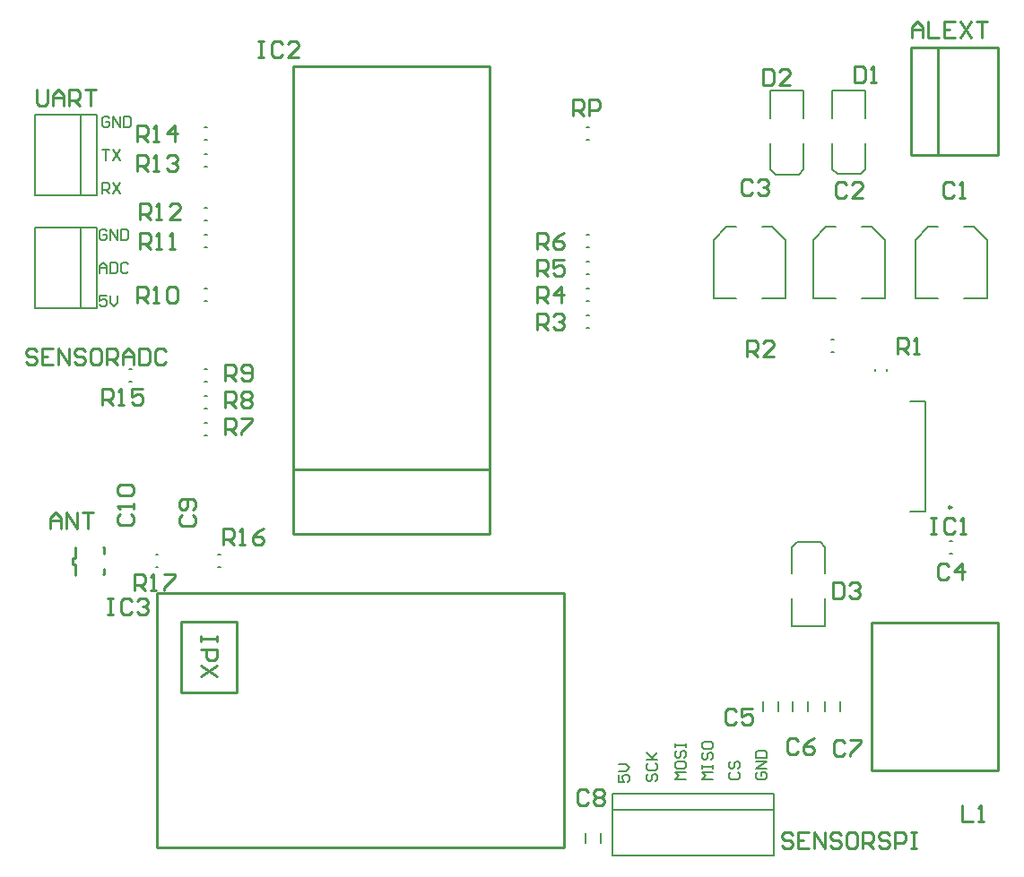
<source format=gto>
G04*
G04 #@! TF.GenerationSoftware,Altium Limited,Altium Designer,22.1.2 (22)*
G04*
G04 Layer_Color=65535*
%FSLAX25Y25*%
%MOIN*%
G70*
G04*
G04 #@! TF.SameCoordinates,3B8A755F-3D54-40BF-96AC-408BDBD8EEA0*
G04*
G04*
G04 #@! TF.FilePolarity,Positive*
G04*
G01*
G75*
%ADD10C,0.00984*%
%ADD11C,0.01000*%
%ADD12C,0.00602*%
%ADD13C,0.00787*%
%ADD14C,0.00600*%
D10*
X449990Y311043D02*
X449252Y311470D01*
Y310617D01*
X449990Y311043D01*
D11*
X124431Y292181D02*
Y296118D01*
X124456D01*
X124431Y285882D02*
X124456D01*
X124431D02*
Y289622D01*
X123447D02*
X124431D01*
X123447D02*
Y292181D01*
X124431D01*
X135197Y293879D02*
Y296000D01*
X134938D02*
X135197D01*
X134938Y286000D02*
X135197D01*
Y288122D01*
X420500Y268200D02*
X467500D01*
Y213200D02*
Y268200D01*
X420500Y213200D02*
X467500D01*
X420500D02*
Y268200D01*
X205500Y301000D02*
X278500D01*
X205500D02*
Y325000D01*
X278500Y301000D02*
Y325000D01*
X205500D02*
X278500D01*
Y475000D01*
X205500D02*
X278500D01*
X205500Y325000D02*
Y475000D01*
X306276Y184512D02*
Y279000D01*
X154701Y184512D02*
X306276D01*
X154701Y279000D02*
X306276D01*
X154701Y184512D02*
Y279000D01*
X163913Y268409D02*
X184543D01*
X163913Y242228D02*
X184543D01*
Y268409D01*
X163913Y242228D02*
Y268409D01*
X445000Y442051D02*
Y482051D01*
X435000D02*
X467500D01*
X435000Y442051D02*
Y482051D01*
Y442051D02*
X467500D01*
Y482051D01*
X115003Y303001D02*
Y307000D01*
X117002Y308999D01*
X119001Y307000D01*
Y303001D01*
Y306000D01*
X115003D01*
X121001Y303001D02*
Y308999D01*
X124999Y303001D01*
Y308999D01*
X126999D02*
X130997D01*
X128998D01*
Y303001D01*
X177132Y263197D02*
Y261197D01*
Y262197D01*
X171134D01*
Y263197D01*
Y261197D01*
Y258198D02*
X177132D01*
Y255199D01*
X176132Y254200D01*
X174133D01*
X173133Y255199D01*
Y258198D01*
X177132Y252200D02*
X171134Y248202D01*
X177132D02*
X171134Y252200D01*
X146502Y280001D02*
Y285999D01*
X149502D01*
X150501Y284999D01*
Y283000D01*
X149502Y282000D01*
X146502D01*
X148502D02*
X150501Y280001D01*
X152500D02*
X154500D01*
X153500D01*
Y285999D01*
X152500Y284999D01*
X157499Y285999D02*
X161498D01*
Y284999D01*
X157499Y281001D01*
Y280001D01*
X179502Y297001D02*
Y302999D01*
X182501D01*
X183501Y301999D01*
Y300000D01*
X182501Y299000D01*
X179502D01*
X181502D02*
X183501Y297001D01*
X185501D02*
X187500D01*
X186500D01*
Y302999D01*
X185501Y301999D01*
X194498Y302999D02*
X192498Y301999D01*
X190499Y300000D01*
Y298001D01*
X191499Y297001D01*
X193498D01*
X194498Y298001D01*
Y299000D01*
X193498Y300000D01*
X190499D01*
X134502Y349001D02*
Y354999D01*
X137502D01*
X138501Y353999D01*
Y352000D01*
X137502Y351000D01*
X134502D01*
X136502D02*
X138501Y349001D01*
X140500D02*
X142500D01*
X141500D01*
Y354999D01*
X140500Y353999D01*
X149498Y354999D02*
X145499D01*
Y352000D01*
X147498Y353000D01*
X148498D01*
X149498Y352000D01*
Y350001D01*
X148498Y349001D01*
X146499D01*
X145499Y350001D01*
X110200Y466298D02*
Y461300D01*
X111200Y460300D01*
X113199D01*
X114199Y461300D01*
Y466298D01*
X116198Y460300D02*
Y464299D01*
X118197Y466298D01*
X120197Y464299D01*
Y460300D01*
Y463299D01*
X116198D01*
X122196Y460300D02*
Y466298D01*
X125195D01*
X126195Y465298D01*
Y463299D01*
X125195Y462299D01*
X122196D01*
X124196D02*
X126195Y460300D01*
X128194Y466298D02*
X132193D01*
X130193D01*
Y460300D01*
X136502Y276999D02*
X138502D01*
X137502D01*
Y271001D01*
X136502D01*
X138502D01*
X145500Y275999D02*
X144500Y276999D01*
X142500D01*
X141501Y275999D01*
Y272001D01*
X142500Y271001D01*
X144500D01*
X145500Y272001D01*
X147499Y275999D02*
X148499Y276999D01*
X150498D01*
X151498Y275999D01*
Y275000D01*
X150498Y274000D01*
X149498D01*
X150498D01*
X151498Y273000D01*
Y272001D01*
X150498Y271001D01*
X148499D01*
X147499Y272001D01*
X309400Y456800D02*
Y462798D01*
X312399D01*
X313399Y461798D01*
Y459799D01*
X312399Y458799D01*
X309400D01*
X311399D02*
X313399Y456800D01*
X315398D02*
Y462798D01*
X318397D01*
X319397Y461798D01*
Y459799D01*
X318397Y458799D01*
X315398D01*
X315000Y204999D02*
X314001Y205999D01*
X312001D01*
X311002Y204999D01*
Y201001D01*
X312001Y200001D01*
X314001D01*
X315000Y201001D01*
X317000Y204999D02*
X317999Y205999D01*
X319999D01*
X320998Y204999D01*
Y204000D01*
X319999Y203000D01*
X320998Y202000D01*
Y201001D01*
X319999Y200001D01*
X317999D01*
X317000Y201001D01*
Y202000D01*
X317999Y203000D01*
X317000Y204000D01*
Y204999D01*
X317999Y203000D02*
X319999D01*
X391007Y188999D02*
X390007Y189999D01*
X388008D01*
X387008Y188999D01*
Y188000D01*
X388008Y187000D01*
X390007D01*
X391007Y186000D01*
Y185001D01*
X390007Y184001D01*
X388008D01*
X387008Y185001D01*
X397005Y189999D02*
X393006D01*
Y184001D01*
X397005D01*
X393006Y187000D02*
X395005D01*
X399004Y184001D02*
Y189999D01*
X403003Y184001D01*
Y189999D01*
X409001Y188999D02*
X408001Y189999D01*
X406002D01*
X405002Y188999D01*
Y188000D01*
X406002Y187000D01*
X408001D01*
X409001Y186000D01*
Y185001D01*
X408001Y184001D01*
X406002D01*
X405002Y185001D01*
X413999Y189999D02*
X412000D01*
X411000Y188999D01*
Y185001D01*
X412000Y184001D01*
X413999D01*
X414999Y185001D01*
Y188999D01*
X413999Y189999D01*
X416998Y184001D02*
Y189999D01*
X419997D01*
X420997Y188999D01*
Y187000D01*
X419997Y186000D01*
X416998D01*
X418998D02*
X420997Y184001D01*
X426995Y188999D02*
X425995Y189999D01*
X423996D01*
X422997Y188999D01*
Y188000D01*
X423996Y187000D01*
X425995D01*
X426995Y186000D01*
Y185001D01*
X425995Y184001D01*
X423996D01*
X422997Y185001D01*
X428995Y184001D02*
Y189999D01*
X431993D01*
X432993Y188999D01*
Y187000D01*
X431993Y186000D01*
X428995D01*
X434993Y189999D02*
X436992D01*
X435992D01*
Y184001D01*
X434993D01*
X436992D01*
X110007Y368999D02*
X109007Y369999D01*
X107008D01*
X106008Y368999D01*
Y368000D01*
X107008Y367000D01*
X109007D01*
X110007Y366000D01*
Y365001D01*
X109007Y364001D01*
X107008D01*
X106008Y365001D01*
X116005Y369999D02*
X112006D01*
Y364001D01*
X116005D01*
X112006Y367000D02*
X114006D01*
X118005Y364001D02*
Y369999D01*
X122003Y364001D01*
Y369999D01*
X128001Y368999D02*
X127002Y369999D01*
X125002D01*
X124003Y368999D01*
Y368000D01*
X125002Y367000D01*
X127002D01*
X128001Y366000D01*
Y365001D01*
X127002Y364001D01*
X125002D01*
X124003Y365001D01*
X133000Y369999D02*
X131000D01*
X130001Y368999D01*
Y365001D01*
X131000Y364001D01*
X133000D01*
X133999Y365001D01*
Y368999D01*
X133000Y369999D01*
X135999Y364001D02*
Y369999D01*
X138998D01*
X139997Y368999D01*
Y367000D01*
X138998Y366000D01*
X135999D01*
X137998D02*
X139997Y364001D01*
X141997D02*
Y368000D01*
X143996Y369999D01*
X145995Y368000D01*
Y364001D01*
Y367000D01*
X141997D01*
X147995Y369999D02*
Y364001D01*
X150994D01*
X151994Y365001D01*
Y368999D01*
X150994Y369999D01*
X147995D01*
X157992Y368999D02*
X156992Y369999D01*
X154993D01*
X153993Y368999D01*
Y365001D01*
X154993Y364001D01*
X156992D01*
X157992Y365001D01*
X147502Y447001D02*
Y452999D01*
X150502D01*
X151501Y451999D01*
Y450000D01*
X150502Y449000D01*
X147502D01*
X149502D02*
X151501Y447001D01*
X153500D02*
X155500D01*
X154500D01*
Y452999D01*
X153500Y451999D01*
X161498Y447001D02*
Y452999D01*
X158499Y450000D01*
X162498D01*
X147502Y436001D02*
Y441999D01*
X150502D01*
X151501Y440999D01*
Y439000D01*
X150502Y438000D01*
X147502D01*
X149502D02*
X151501Y436001D01*
X153500D02*
X155500D01*
X154500D01*
Y441999D01*
X153500Y440999D01*
X158499D02*
X159499Y441999D01*
X161498D01*
X162498Y440999D01*
Y440000D01*
X161498Y439000D01*
X160498D01*
X161498D01*
X162498Y438000D01*
Y437001D01*
X161498Y436001D01*
X159499D01*
X158499Y437001D01*
X148502Y418001D02*
Y423999D01*
X151502D01*
X152501Y422999D01*
Y421000D01*
X151502Y420000D01*
X148502D01*
X150502D02*
X152501Y418001D01*
X154500D02*
X156500D01*
X155500D01*
Y423999D01*
X154500Y422999D01*
X163498Y418001D02*
X159499D01*
X163498Y422000D01*
Y422999D01*
X162498Y423999D01*
X160499D01*
X159499Y422999D01*
X148502Y407001D02*
Y412999D01*
X151501D01*
X152501Y411999D01*
Y410000D01*
X151501Y409000D01*
X148502D01*
X150502D02*
X152501Y407001D01*
X154500D02*
X156500D01*
X155500D01*
Y412999D01*
X154500Y411999D01*
X159499Y407001D02*
X161498D01*
X160498D01*
Y412999D01*
X159499Y411999D01*
X147502Y387001D02*
Y392999D01*
X150502D01*
X151501Y391999D01*
Y390000D01*
X150502Y389000D01*
X147502D01*
X149502D02*
X151501Y387001D01*
X153500D02*
X155500D01*
X154500D01*
Y392999D01*
X153500Y391999D01*
X158499D02*
X159499Y392999D01*
X161498D01*
X162498Y391999D01*
Y388001D01*
X161498Y387001D01*
X159499D01*
X158499Y388001D01*
Y391999D01*
X180002Y358001D02*
Y363999D01*
X183001D01*
X184000Y362999D01*
Y361000D01*
X183001Y360000D01*
X180002D01*
X182001D02*
X184000Y358001D01*
X186000Y359001D02*
X186999Y358001D01*
X188999D01*
X189998Y359001D01*
Y362999D01*
X188999Y363999D01*
X186999D01*
X186000Y362999D01*
Y362000D01*
X186999Y361000D01*
X189998D01*
X180002Y348001D02*
Y353999D01*
X183001D01*
X184000Y352999D01*
Y351000D01*
X183001Y350000D01*
X180002D01*
X182001D02*
X184000Y348001D01*
X186000Y352999D02*
X186999Y353999D01*
X188999D01*
X189998Y352999D01*
Y352000D01*
X188999Y351000D01*
X189998Y350000D01*
Y349001D01*
X188999Y348001D01*
X186999D01*
X186000Y349001D01*
Y350000D01*
X186999Y351000D01*
X186000Y352000D01*
Y352999D01*
X186999Y351000D02*
X188999D01*
X180002Y338001D02*
Y343999D01*
X183001D01*
X184000Y342999D01*
Y341000D01*
X183001Y340000D01*
X180002D01*
X182001D02*
X184000Y338001D01*
X186000Y343999D02*
X189998D01*
Y342999D01*
X186000Y339001D01*
Y338001D01*
X296002Y407001D02*
Y412999D01*
X299001D01*
X300000Y411999D01*
Y410000D01*
X299001Y409000D01*
X296002D01*
X298001D02*
X300000Y407001D01*
X305998Y412999D02*
X303999Y411999D01*
X302000Y410000D01*
Y408001D01*
X302999Y407001D01*
X304999D01*
X305998Y408001D01*
Y409000D01*
X304999Y410000D01*
X302000D01*
X296002Y397001D02*
Y402999D01*
X299001D01*
X300000Y401999D01*
Y400000D01*
X299001Y399000D01*
X296002D01*
X298001D02*
X300000Y397001D01*
X305998Y402999D02*
X302000D01*
Y400000D01*
X303999Y401000D01*
X304999D01*
X305998Y400000D01*
Y398001D01*
X304999Y397001D01*
X302999D01*
X302000Y398001D01*
X296002Y387001D02*
Y392999D01*
X299001D01*
X300000Y391999D01*
Y390000D01*
X299001Y389000D01*
X296002D01*
X298001D02*
X300000Y387001D01*
X304999D02*
Y392999D01*
X302000Y390000D01*
X305998D01*
X296002Y377001D02*
Y382999D01*
X299001D01*
X300000Y381999D01*
Y380000D01*
X299001Y379000D01*
X296002D01*
X298001D02*
X300000Y377001D01*
X302000Y381999D02*
X302999Y382999D01*
X304999D01*
X305998Y381999D01*
Y381000D01*
X304999Y380000D01*
X303999D01*
X304999D01*
X305998Y379000D01*
Y378001D01*
X304999Y377001D01*
X302999D01*
X302000Y378001D01*
X374002Y367001D02*
Y372999D01*
X377001D01*
X378000Y371999D01*
Y370000D01*
X377001Y369000D01*
X374002D01*
X376001D02*
X378000Y367001D01*
X383998D02*
X380000D01*
X383998Y371000D01*
Y371999D01*
X382999Y372999D01*
X380999D01*
X380000Y371999D01*
X430001Y368001D02*
Y373999D01*
X433000D01*
X434000Y372999D01*
Y371000D01*
X433000Y370000D01*
X430001D01*
X432001D02*
X434000Y368001D01*
X435999D02*
X437999D01*
X436999D01*
Y373999D01*
X435999Y372999D01*
X454001Y199999D02*
Y194001D01*
X458000D01*
X459999D02*
X461999D01*
X460999D01*
Y199999D01*
X459999Y198999D01*
X192600Y484498D02*
X194599D01*
X193600D01*
Y478500D01*
X192600D01*
X194599D01*
X201597Y483498D02*
X200597Y484498D01*
X198598D01*
X197598Y483498D01*
Y479500D01*
X198598Y478500D01*
X200597D01*
X201597Y479500D01*
X207595Y478500D02*
X203596D01*
X207595Y482499D01*
Y483498D01*
X206595Y484498D01*
X204596D01*
X203596Y483498D01*
X442502Y306999D02*
X444501D01*
X443502D01*
Y301001D01*
X442502D01*
X444501D01*
X451499Y305999D02*
X450499Y306999D01*
X448500D01*
X447501Y305999D01*
Y302001D01*
X448500Y301001D01*
X450499D01*
X451499Y302001D01*
X453499Y301001D02*
X455498D01*
X454498D01*
Y306999D01*
X453499Y305999D01*
X406002Y282999D02*
Y277001D01*
X409001D01*
X410000Y278001D01*
Y281999D01*
X409001Y282999D01*
X406002D01*
X412000Y281999D02*
X412999Y282999D01*
X414999D01*
X415998Y281999D01*
Y281000D01*
X414999Y280000D01*
X413999D01*
X414999D01*
X415998Y279000D01*
Y278001D01*
X414999Y277001D01*
X412999D01*
X412000Y278001D01*
X380002Y473999D02*
Y468001D01*
X383001D01*
X384000Y469001D01*
Y472999D01*
X383001Y473999D01*
X380002D01*
X389998Y468001D02*
X386000D01*
X389998Y472000D01*
Y472999D01*
X388999Y473999D01*
X386999D01*
X386000Y472999D01*
X414001Y474999D02*
Y469001D01*
X417000D01*
X418000Y470001D01*
Y473999D01*
X417000Y474999D01*
X414001D01*
X419999Y469001D02*
X421999D01*
X420999D01*
Y474999D01*
X419999Y473999D01*
X141001Y308501D02*
X140001Y307502D01*
Y305502D01*
X141001Y304502D01*
X144999D01*
X145999Y305502D01*
Y307502D01*
X144999Y308501D01*
X145999Y310501D02*
Y312500D01*
Y311500D01*
X140001D01*
X141001Y310501D01*
Y315499D02*
X140001Y316498D01*
Y318498D01*
X141001Y319498D01*
X144999D01*
X145999Y318498D01*
Y316498D01*
X144999Y315499D01*
X141001D01*
X164001Y308000D02*
X163001Y307001D01*
Y305001D01*
X164001Y304002D01*
X167999D01*
X168999Y305001D01*
Y307001D01*
X167999Y308000D01*
Y310000D02*
X168999Y310999D01*
Y312999D01*
X167999Y313998D01*
X164001D01*
X163001Y312999D01*
Y310999D01*
X164001Y310000D01*
X165000D01*
X166000Y310999D01*
Y313998D01*
X410500Y223499D02*
X409501Y224499D01*
X407501D01*
X406502Y223499D01*
Y219501D01*
X407501Y218501D01*
X409501D01*
X410500Y219501D01*
X412500Y224499D02*
X416498D01*
Y223499D01*
X412500Y219501D01*
Y218501D01*
X393000Y223999D02*
X392001Y224999D01*
X390001D01*
X389002Y223999D01*
Y220001D01*
X390001Y219001D01*
X392001D01*
X393000Y220001D01*
X398998Y224999D02*
X396999Y223999D01*
X395000Y222000D01*
Y220001D01*
X395999Y219001D01*
X397999D01*
X398998Y220001D01*
Y221000D01*
X397999Y222000D01*
X395000D01*
X370000Y234999D02*
X369001Y235999D01*
X367001D01*
X366002Y234999D01*
Y231001D01*
X367001Y230001D01*
X369001D01*
X370000Y231001D01*
X375998Y235999D02*
X372000D01*
Y233000D01*
X373999Y234000D01*
X374999D01*
X375998Y233000D01*
Y231001D01*
X374999Y230001D01*
X372999D01*
X372000Y231001D01*
X449000Y288999D02*
X448001Y289999D01*
X446001D01*
X445002Y288999D01*
Y285001D01*
X446001Y284001D01*
X448001D01*
X449000Y285001D01*
X453999Y284001D02*
Y289999D01*
X451000Y287000D01*
X454998D01*
X376000Y431999D02*
X375001Y432999D01*
X373001D01*
X372002Y431999D01*
Y428001D01*
X373001Y427001D01*
X375001D01*
X376000Y428001D01*
X378000Y431999D02*
X378999Y432999D01*
X380999D01*
X381998Y431999D01*
Y431000D01*
X380999Y430000D01*
X379999D01*
X380999D01*
X381998Y429000D01*
Y428001D01*
X380999Y427001D01*
X378999D01*
X378000Y428001D01*
X411000Y430999D02*
X410001Y431999D01*
X408001D01*
X407002Y430999D01*
Y427001D01*
X408001Y426001D01*
X410001D01*
X411000Y427001D01*
X416998Y426001D02*
X413000D01*
X416998Y430000D01*
Y430999D01*
X415999Y431999D01*
X413999D01*
X413000Y430999D01*
X451000D02*
X450000Y431999D01*
X448001D01*
X447001Y430999D01*
Y427001D01*
X448001Y426001D01*
X450000D01*
X451000Y427001D01*
X452999Y426001D02*
X454999D01*
X453999D01*
Y431999D01*
X452999Y430999D01*
X435500Y485600D02*
Y489599D01*
X437499Y491598D01*
X439499Y489599D01*
Y485600D01*
Y488599D01*
X435500D01*
X441498Y491598D02*
Y485600D01*
X445497D01*
X451495Y491598D02*
X447496D01*
Y485600D01*
X451495D01*
X447496Y488599D02*
X449496D01*
X453494Y491598D02*
X457493Y485600D01*
Y491598D02*
X453494Y485600D01*
X459492Y491598D02*
X463491D01*
X461492D01*
Y485600D01*
D12*
X324000Y181504D02*
X384000D01*
X324000Y198315D02*
X384000D01*
X324000Y204339D02*
X384000D01*
Y181504D02*
Y204339D01*
X324000Y181504D02*
Y204339D01*
X109504Y427000D02*
X132339D01*
X109504Y457000D02*
X132339D01*
X126315Y427000D02*
Y457000D01*
X132339Y427000D02*
Y457000D01*
X109504Y427000D02*
Y457000D01*
Y385000D02*
X132339D01*
X109504Y415000D02*
X132339D01*
X126315Y385000D02*
Y415000D01*
X132339Y385000D02*
Y415000D01*
X109504Y385000D02*
Y415000D01*
D13*
X449606Y293736D02*
X450394D01*
X449606Y298264D02*
X450394D01*
X314244Y186228D02*
Y189772D01*
X319756Y186228D02*
Y189772D01*
X436614Y388614D02*
Y410514D01*
Y388614D02*
X445177D01*
X454823D02*
X463386D01*
Y410514D01*
X441486Y415386D02*
X445177D01*
X436614Y410514D02*
X441486Y415386D01*
X458514D02*
X463386Y410514D01*
X454823Y415386D02*
X458514D01*
X398614Y388614D02*
Y410514D01*
Y388614D02*
X407177D01*
X416823D02*
X425386D01*
Y410514D01*
X403486Y415386D02*
X407177D01*
X398614Y410514D02*
X403486Y415386D01*
X420514D02*
X425386Y410514D01*
X416823Y415386D02*
X420514D01*
X405898Y436772D02*
Y446417D01*
X418102Y436772D02*
Y446417D01*
Y455866D02*
Y466102D01*
X405898Y455866D02*
Y466102D01*
X407669Y435000D02*
X416331D01*
X418102Y436772D01*
X405898D02*
X407669Y435000D01*
X405898Y466102D02*
X418102D01*
X382898Y465961D02*
X395102D01*
X382898Y436630D02*
X384669Y434858D01*
X393331D02*
X395102Y436630D01*
X384669Y434858D02*
X393331D01*
X382898Y455724D02*
Y465961D01*
X395102Y455724D02*
Y465961D01*
Y436630D02*
Y446276D01*
X382898Y436630D02*
Y446276D01*
X361614Y388614D02*
Y410514D01*
Y388614D02*
X370177D01*
X379823D02*
X388386D01*
Y410514D01*
X366486Y415386D02*
X370177D01*
X361614Y410514D02*
X366486Y415386D01*
X383514D02*
X388386Y410514D01*
X379823Y415386D02*
X383514D01*
X403102Y286583D02*
Y296228D01*
X390898Y286583D02*
Y296228D01*
Y266898D02*
Y277134D01*
X403102Y266898D02*
Y277134D01*
X392669Y298000D02*
X401331D01*
X390898Y296228D02*
X392669Y298000D01*
X401331D02*
X403102Y296228D01*
X390898Y266898D02*
X403102D01*
X403244Y235228D02*
Y238772D01*
X408756Y235228D02*
Y238772D01*
X380102Y235228D02*
Y238772D01*
X385614Y235228D02*
Y238772D01*
X391244Y235228D02*
Y238772D01*
X396756Y235228D02*
Y238772D01*
X154344Y288736D02*
X155132D01*
X154344Y293264D02*
X155132D01*
X177606Y288736D02*
X178394D01*
X177606Y293264D02*
X178394D01*
X144606Y357736D02*
X145394D01*
X144606Y362264D02*
X145394D01*
X172606Y392264D02*
X173394D01*
X172606Y387736D02*
X173394D01*
X172606Y422264D02*
X173394D01*
X172606Y417736D02*
X173394D01*
X172606Y452264D02*
X173394D01*
X172606Y447736D02*
X173394D01*
X172606Y407736D02*
X173394D01*
X172606Y412264D02*
X173394D01*
X172606Y437736D02*
X173394D01*
X172606Y442264D02*
X173394D01*
X172606Y357736D02*
X173394D01*
X172606Y362264D02*
X173394D01*
X172606Y347736D02*
X173394D01*
X172606Y352264D02*
X173394D01*
X172606Y337736D02*
X173394D01*
X172606Y342264D02*
X173394D01*
X405606Y368736D02*
X406394D01*
X405606Y373264D02*
X406394D01*
X434833Y309528D02*
X440354D01*
Y350472D01*
X434833D02*
X440354D01*
X421736Y361606D02*
Y362394D01*
X426264Y361606D02*
Y362394D01*
X314606Y377736D02*
X315394D01*
X314606Y382264D02*
X315394D01*
X314606Y387736D02*
X315394D01*
X314606Y392264D02*
X315394D01*
X314606Y397736D02*
X315394D01*
X314606Y402264D02*
X315394D01*
X314606Y407736D02*
X315394D01*
X314606Y412264D02*
X315394D01*
X314606Y447736D02*
X315394D01*
X314606Y452264D02*
X315394D01*
D14*
X337568Y211766D02*
X336901Y211099D01*
Y209766D01*
X337568Y209100D01*
X338234D01*
X338901Y209766D01*
Y211099D01*
X339567Y211766D01*
X340234D01*
X340900Y211099D01*
Y209766D01*
X340234Y209100D01*
X337568Y215764D02*
X336901Y215098D01*
Y213765D01*
X337568Y213099D01*
X340234D01*
X340900Y213765D01*
Y215098D01*
X340234Y215764D01*
X336901Y217097D02*
X340900D01*
X339567D01*
X336901Y219763D01*
X338901Y217764D01*
X340900Y219763D01*
X378068Y212266D02*
X377401Y211599D01*
Y210266D01*
X378068Y209600D01*
X380734D01*
X381400Y210266D01*
Y211599D01*
X380734Y212266D01*
X379401D01*
Y210933D01*
X381400Y213599D02*
X377401D01*
X381400Y216265D01*
X377401D01*
Y217597D02*
X381400D01*
Y219597D01*
X380734Y220263D01*
X378068D01*
X377401Y219597D01*
Y217597D01*
X137266Y455886D02*
X136599Y456553D01*
X135266D01*
X134600Y455886D01*
Y453220D01*
X135266Y452554D01*
X136599D01*
X137266Y453220D01*
Y454553D01*
X135933D01*
X138599Y452554D02*
Y456553D01*
X141264Y452554D01*
Y456553D01*
X142597D02*
Y452554D01*
X144597D01*
X145263Y453220D01*
Y455886D01*
X144597Y456553D01*
X142597D01*
X134600Y444076D02*
X137266D01*
X135933D01*
Y440077D01*
X138599Y444076D02*
X141264Y440077D01*
Y444076D02*
X138599Y440077D01*
X134600Y427600D02*
Y431599D01*
X136599D01*
X137266Y430932D01*
Y429599D01*
X136599Y428933D01*
X134600D01*
X135933D02*
X137266Y427600D01*
X138599Y431599D02*
X141264Y427600D01*
Y431599D02*
X138599Y427600D01*
X351400Y209600D02*
X347401D01*
X348734Y210933D01*
X347401Y212266D01*
X351400D01*
X347401Y215598D02*
Y214265D01*
X348068Y213599D01*
X350734D01*
X351400Y214265D01*
Y215598D01*
X350734Y216265D01*
X348068D01*
X347401Y215598D01*
X348068Y220263D02*
X347401Y219597D01*
Y218264D01*
X348068Y217597D01*
X348734D01*
X349401Y218264D01*
Y219597D01*
X350067Y220263D01*
X350734D01*
X351400Y219597D01*
Y218264D01*
X350734Y217597D01*
X347401Y221596D02*
Y222929D01*
Y222263D01*
X351400D01*
Y221596D01*
Y222929D01*
X368068Y212266D02*
X367401Y211599D01*
Y210266D01*
X368068Y209600D01*
X370734D01*
X371400Y210266D01*
Y211599D01*
X370734Y212266D01*
X368068Y216265D02*
X367401Y215598D01*
Y214265D01*
X368068Y213599D01*
X368734D01*
X369401Y214265D01*
Y215598D01*
X370067Y216265D01*
X370734D01*
X371400Y215598D01*
Y214265D01*
X370734Y213599D01*
X361400Y209600D02*
X357401D01*
X358734Y210933D01*
X357401Y212266D01*
X361400D01*
X357401Y213599D02*
Y214932D01*
Y214265D01*
X361400D01*
Y213599D01*
Y214932D01*
X358068Y219597D02*
X357401Y218930D01*
Y217597D01*
X358068Y216931D01*
X358734D01*
X359401Y217597D01*
Y218930D01*
X360067Y219597D01*
X360734D01*
X361400Y218930D01*
Y217597D01*
X360734Y216931D01*
X357401Y222929D02*
Y221596D01*
X358068Y220930D01*
X360734D01*
X361400Y221596D01*
Y222929D01*
X360734Y223595D01*
X358068D01*
X357401Y222929D01*
X136266Y413886D02*
X135599Y414552D01*
X134266D01*
X133600Y413886D01*
Y411220D01*
X134266Y410554D01*
X135599D01*
X136266Y411220D01*
Y412553D01*
X134933D01*
X137599Y410554D02*
Y414552D01*
X140264Y410554D01*
Y414552D01*
X141597D02*
Y410554D01*
X143597D01*
X144263Y411220D01*
Y413886D01*
X143597Y414552D01*
X141597D01*
X133600Y398077D02*
Y400743D01*
X134933Y402076D01*
X136266Y400743D01*
Y398077D01*
Y400076D01*
X133600D01*
X137599Y402076D02*
Y398077D01*
X139598D01*
X140264Y398743D01*
Y401409D01*
X139598Y402076D01*
X137599D01*
X144263Y401409D02*
X143597Y402076D01*
X142264D01*
X141597Y401409D01*
Y398743D01*
X142264Y398077D01*
X143597D01*
X144263Y398743D01*
X136266Y389599D02*
X133600D01*
Y387599D01*
X134933Y388266D01*
X135599D01*
X136266Y387599D01*
Y386266D01*
X135599Y385600D01*
X134266D01*
X133600Y386266D01*
X137599Y389599D02*
Y386933D01*
X138932Y385600D01*
X140264Y386933D01*
Y389599D01*
X326401Y211266D02*
Y208600D01*
X328401D01*
X327734Y209933D01*
Y210599D01*
X328401Y211266D01*
X329734D01*
X330400Y210599D01*
Y209266D01*
X329734Y208600D01*
X326401Y212599D02*
X329067D01*
X330400Y213932D01*
X329067Y215265D01*
X326401D01*
M02*

</source>
